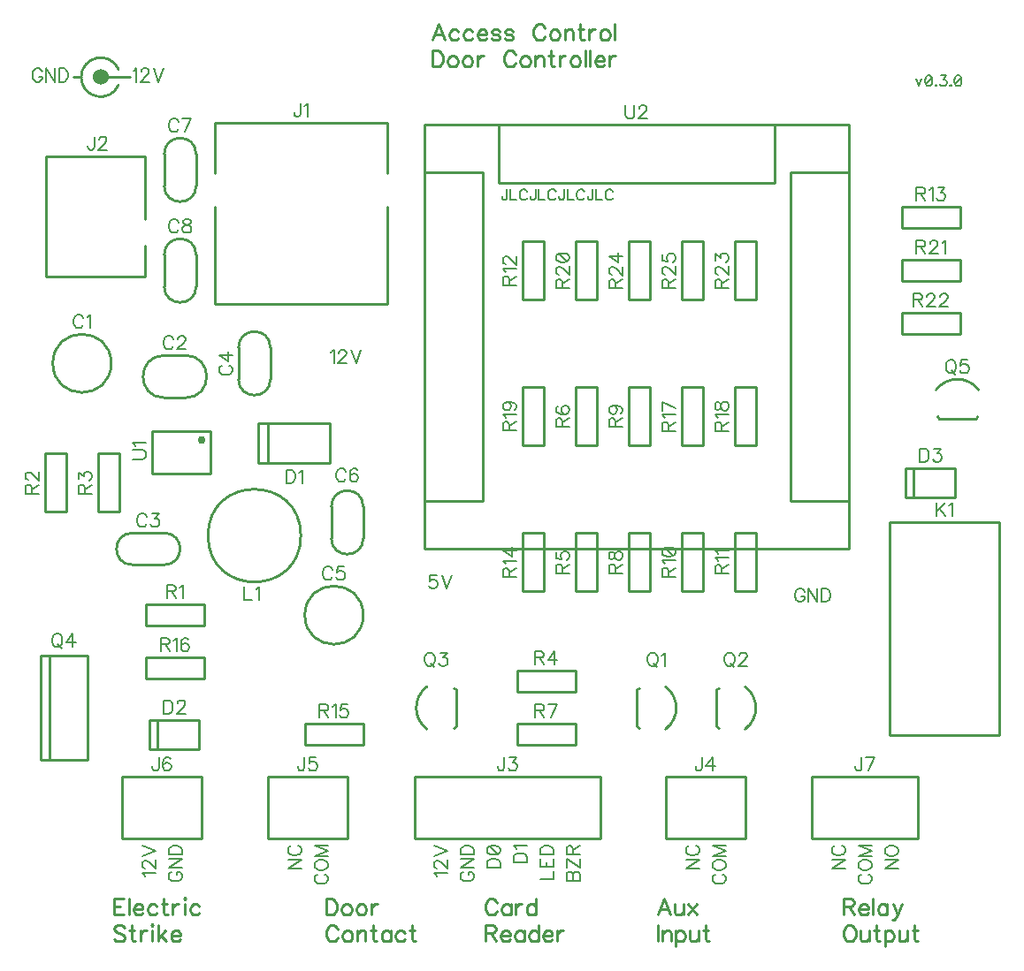
<source format=gbr>
G04 DipTrace 3.3.1.3*
G04 TopSilk.gbr*
%MOIN*%
G04 #@! TF.FileFunction,Legend,Top*
G04 #@! TF.Part,Single*
%ADD10C,0.009843*%
%ADD16C,0.01*%
%ADD18C,0.06*%
%ADD27C,0.030008*%
%ADD56C,0.00772*%
%ADD57C,0.006176*%
%ADD58C,0.009264*%
%FSLAX26Y26*%
G04*
G70*
G90*
G75*
G01*
G04 TopSilk*
%LPD*%
X633700Y2718699D2*
D10*
G02X633700Y2718699I110000J0D01*
G01*
X1133705Y2588700D2*
X1053690D1*
X1133705Y2748700D2*
X1053690D1*
X1133705Y2588700D2*
G03X1133705Y2748700I-10J80000D01*
G01*
X1053690D2*
G03X1053690Y2588700I10J-80000D01*
G01*
X1053696Y2078700D2*
X933699D1*
X1053696Y1958700D2*
X933699D1*
Y2078700D2*
G03X933699Y1958700I1J-60000D01*
G01*
X1053696D2*
G03X1053696Y2078700I-1J60000D01*
G01*
X1333700Y2778696D2*
Y2658699D1*
X1453700Y2778696D2*
Y2658699D1*
X1333700D2*
G03X1453700Y2658699I60000J1D01*
G01*
Y2778696D2*
G03X1333700Y2778696I-60000J-1D01*
G01*
X1583701Y1768700D2*
G02X1583701Y1768700I109997J0D01*
G01*
X1803700Y2058704D2*
Y2178701D1*
X1683700Y2058704D2*
Y2178701D1*
X1803700D2*
G03X1683700Y2178701I-60000J-1D01*
G01*
Y2058704D2*
G03X1803700Y2058704I60000J1D01*
G01*
X1053700Y3508696D2*
Y3388699D1*
X1173700Y3508696D2*
Y3388699D1*
X1053700D2*
G03X1173700Y3388699I60000J1D01*
G01*
Y3508696D2*
G03X1053700Y3508696I-60000J-1D01*
G01*
Y3128696D2*
Y3008699D1*
X1173700Y3128696D2*
Y3008699D1*
X1053700D2*
G03X1173700Y3008699I60000J1D01*
G01*
Y3128696D2*
G03X1053700Y3128696I-60000J-1D01*
G01*
X1408667Y2493700D2*
X1678733D1*
Y2343700D1*
X1408667D1*
Y2493700D1*
X1443722Y2488705D2*
Y2348695D1*
X999089Y1263582D2*
Y1373818D1*
X1001157D2*
X1186243D1*
X1028934Y1263582D2*
Y1373818D1*
X1186243Y1263582D2*
Y1373818D1*
X1001157Y1263582D2*
X1186243D1*
X3849089Y2213582D2*
Y2323818D1*
X3851157D2*
X4036243D1*
X3878934Y2213582D2*
Y2323818D1*
X4036243Y2213582D2*
Y2323818D1*
X3851157Y2213582D2*
X4036243D1*
X1243692Y2943700D2*
Y3309729D1*
Y3625700D2*
X1893708D1*
X1243692Y2943700D2*
X1893708D1*
X1243692Y3625700D2*
Y3434672D1*
X1893708Y3625700D2*
Y3434672D1*
Y3309729D2*
Y2943700D1*
X606700Y3500700D2*
X980692D1*
X606700Y3046700D2*
X980692D1*
X606700Y3500700D2*
Y3046700D1*
X980692Y3500700D2*
Y3263712D1*
Y3163696D2*
Y3046700D1*
X2697700Y925700D2*
X1997700D1*
Y1158700D1*
X2697700D1*
Y925700D1*
X3244501D2*
X2944501D1*
Y1158700D1*
X3244501D1*
Y925700D1*
X1744501D2*
X1444501D1*
Y1158700D1*
X1744501D1*
Y925700D1*
X1194501D2*
X894501D1*
Y1158700D1*
X1194501D1*
Y925700D1*
X3895300D2*
X3495300D1*
Y1158700D1*
X3895300D1*
Y925700D1*
X4199700Y2120700D2*
X3787700D1*
Y1316700D1*
X4199700D1*
Y2120700D1*
X1218701Y2068700D2*
G02X1218701Y2068700I175000J0D01*
G01*
X2943695Y1498701D2*
G02X2943695Y1338699I-59990J-80001D01*
G01*
X2843705Y1343694D2*
X2833700Y1348689D1*
Y1488711D1*
X2843705Y1493706D2*
X2833700Y1488711D1*
X3243695Y1498701D2*
G02X3243695Y1338699I-59990J-80001D01*
G01*
X3143705Y1343694D2*
X3133700Y1348689D1*
Y1488711D1*
X3143705Y1493706D2*
X3133700Y1488711D1*
X2043705Y1338699D2*
G02X2043705Y1498701I59989J80001D01*
G01*
X2143695Y1493706D2*
X2153700Y1488711D1*
Y1348689D1*
X2143695Y1343694D2*
X2153700Y1348689D1*
X587401Y1221850D2*
X764566D1*
Y1615550D1*
X587401D1*
Y1221850D1*
X622834D2*
Y1615550D1*
X3963699Y2618695D2*
G02X4123701Y2618695I80001J-59990D01*
G01*
X4118706Y2518705D2*
X4113711Y2508700D1*
X3973689D1*
X3968694Y2518705D2*
X3973689Y2508700D1*
X1203680Y1728700D2*
X983720D1*
Y1808700D1*
X1203680D1*
Y1728700D1*
X683700Y2378680D2*
X603700D1*
Y2158720D1*
X683700D1*
Y2378680D1*
X803700Y2158720D2*
X883700D1*
Y2378680D1*
X803700D1*
Y2158720D1*
X2383720Y1558700D2*
X2603680D1*
Y1478700D1*
X2383720D1*
Y1558700D1*
X2683700Y2078680D2*
X2603700D1*
Y1858720D1*
X2683700D1*
Y2078680D1*
X2603700Y2408720D2*
X2683700D1*
Y2628680D1*
X2603700D1*
Y2408720D1*
X2383720Y1358700D2*
X2603680D1*
Y1278700D1*
X2383720D1*
Y1358700D1*
X2883700Y2078680D2*
X2803700D1*
Y1858720D1*
X2883700D1*
Y2078680D1*
X2803700Y2408720D2*
X2883700D1*
Y2628680D1*
X2803700D1*
Y2408720D1*
X3083700Y2078680D2*
X3003700D1*
Y1858720D1*
X3083700D1*
Y2078680D1*
X3283700D2*
X3203700D1*
Y1858720D1*
X3283700D1*
Y2078680D1*
X2483700Y3178680D2*
X2403700D1*
Y2958720D1*
X2483700D1*
Y3178680D1*
X4053680Y3228700D2*
X3833720D1*
Y3308700D1*
X4053680D1*
Y3228700D1*
X2483700Y2078680D2*
X2403700D1*
Y1858720D1*
X2483700D1*
Y2078680D1*
X1803680Y1278700D2*
X1583720D1*
Y1358700D1*
X1803680D1*
Y1278700D1*
X1203680Y1528700D2*
X983720D1*
Y1608700D1*
X1203680D1*
Y1528700D1*
X3003700Y2408720D2*
X3083700D1*
Y2628680D1*
X3003700D1*
Y2408720D1*
X3203700D2*
X3283700D1*
Y2628680D1*
X3203700D1*
Y2408720D1*
X2403700D2*
X2483700D1*
Y2628680D1*
X2403700D1*
Y2408720D1*
X2683700Y3178680D2*
X2603700D1*
Y2958720D1*
X2683700D1*
Y3178680D1*
X4053680Y3028700D2*
X3833720D1*
Y3108700D1*
X4053680D1*
Y3028700D1*
X3833720Y2908700D2*
X4053680D1*
Y2828700D1*
X3833720D1*
Y2908700D1*
X3203700Y2958720D2*
X3283700D1*
Y3178680D1*
X3203700D1*
Y2958720D1*
X2803700D2*
X2883700D1*
Y3178680D1*
X2803700D1*
Y2958720D1*
X3003700D2*
X3083700D1*
Y3178680D1*
X3003700D1*
Y2958720D1*
X1228700Y2463024D2*
X1008700D1*
X1228700Y2303038D2*
X1008700D1*
Y2463024D2*
Y2303038D1*
D27*
X1193698Y2428033D3*
X1228700Y2463024D2*
D10*
Y2303038D1*
X2033700Y3618700D2*
X3633700D1*
Y2018700D1*
X2033700D1*
Y3618700D1*
X3413700Y3438700D2*
X3633700D1*
Y2198700D1*
X3413700D1*
Y3438700D1*
X2033700D2*
X2253700D1*
Y2198700D1*
X2033700D1*
Y3438700D1*
X2313700Y3618700D2*
X3353700D1*
Y3398700D1*
X2313700D1*
Y3618700D1*
X881305Y3828221D2*
D16*
G03X881305Y3768221I-67143J-30000D01*
G01*
D18*
X813700Y3798700D3*
D16*
X923700D1*
X710342Y3798852D2*
X740342D1*
X747919Y2889981D2*
D56*
X745542Y2894734D1*
X740734Y2899543D1*
X735980Y2901919D1*
X726419D1*
X721610Y2899543D1*
X716857Y2894734D1*
X714425Y2889981D1*
X712049Y2882796D1*
Y2870802D1*
X714425Y2863673D1*
X716857Y2858864D1*
X721610Y2854111D1*
X726419Y2851679D1*
X735980D1*
X740734Y2854111D1*
X745542Y2858864D1*
X747919Y2863673D1*
X763358Y2892302D2*
X768166Y2894734D1*
X775351Y2901864D1*
Y2851679D1*
X1087166Y2809985D2*
X1084789Y2814738D1*
X1079981Y2819546D1*
X1075228Y2821923D1*
X1065666D1*
X1060858Y2819546D1*
X1056105Y2814738D1*
X1053673Y2809985D1*
X1051296Y2802800D1*
Y2790806D1*
X1053673Y2783677D1*
X1056105Y2778868D1*
X1060858Y2774115D1*
X1065666Y2771683D1*
X1075228D1*
X1079981Y2774115D1*
X1084789Y2778868D1*
X1087166Y2783677D1*
X1105037Y2809930D2*
Y2812306D1*
X1107414Y2817115D1*
X1109790Y2819491D1*
X1114599Y2821868D1*
X1124160D1*
X1128914Y2819491D1*
X1131290Y2817115D1*
X1133722Y2812306D1*
Y2807553D1*
X1131290Y2802745D1*
X1126537Y2795615D1*
X1102605Y2771683D1*
X1136099D1*
X987166Y2139985D2*
X984789Y2144738D1*
X979981Y2149546D1*
X975228Y2151923D1*
X965666D1*
X960858Y2149546D1*
X956105Y2144738D1*
X953673Y2139985D1*
X951296Y2132800D1*
Y2120806D1*
X953673Y2113677D1*
X956105Y2108868D1*
X960858Y2104115D1*
X965666Y2101683D1*
X975228D1*
X979981Y2104115D1*
X984789Y2108868D1*
X987166Y2113677D1*
X1007414Y2151868D2*
X1033667D1*
X1019352Y2132745D1*
X1026537D1*
X1031290Y2130368D1*
X1033667Y2127991D1*
X1036099Y2120806D1*
Y2116053D1*
X1033667Y2108868D1*
X1028914Y2104060D1*
X1021729Y2101683D1*
X1014544D1*
X1007414Y2104060D1*
X1005037Y2106492D1*
X1002605Y2111245D1*
X1272415Y2710975D2*
X1267662Y2708599D1*
X1262854Y2703790D1*
X1260477Y2699037D1*
Y2689475D1*
X1262854Y2684667D1*
X1267662Y2679914D1*
X1272415Y2677482D1*
X1279600Y2675105D1*
X1291594D1*
X1298723Y2677482D1*
X1303532Y2679914D1*
X1308285Y2684667D1*
X1310717Y2689475D1*
Y2699037D1*
X1308285Y2703790D1*
X1303532Y2708599D1*
X1298724Y2710975D1*
X1310717Y2750346D2*
X1260532D1*
X1293970Y2726414D1*
Y2762284D1*
X1687167Y1939985D2*
X1684791Y1944738D1*
X1679982Y1949546D1*
X1675229Y1951923D1*
X1665668D1*
X1660859Y1949546D1*
X1656106Y1944738D1*
X1653674Y1939985D1*
X1651297Y1932800D1*
Y1920806D1*
X1653674Y1913677D1*
X1656106Y1908868D1*
X1660859Y1904115D1*
X1665668Y1901683D1*
X1675229D1*
X1679982Y1904115D1*
X1684791Y1908868D1*
X1687167Y1913677D1*
X1731291Y1951868D2*
X1707415D1*
X1705038Y1930368D1*
X1707415Y1932745D1*
X1714600Y1935176D1*
X1721730D1*
X1728915Y1932745D1*
X1733723Y1927991D1*
X1736100Y1920806D1*
Y1916053D1*
X1733723Y1908868D1*
X1728915Y1904060D1*
X1721730Y1901683D1*
X1714600D1*
X1707415Y1904060D1*
X1705038Y1906492D1*
X1702607Y1911245D1*
X1738385Y2309985D2*
X1736008Y2314738D1*
X1731200Y2319546D1*
X1726446Y2321923D1*
X1716885D1*
X1712076Y2319546D1*
X1707323Y2314738D1*
X1704891Y2309985D1*
X1702515Y2302800D1*
Y2290806D1*
X1704891Y2283677D1*
X1707323Y2278868D1*
X1712076Y2274115D1*
X1716885Y2271683D1*
X1726446D1*
X1731200Y2274115D1*
X1736008Y2278868D1*
X1738385Y2283677D1*
X1782509Y2314738D2*
X1780132Y2319491D1*
X1772947Y2321868D1*
X1768194D1*
X1761009Y2319491D1*
X1756200Y2312306D1*
X1753824Y2300368D1*
Y2288430D1*
X1756200Y2278868D1*
X1761009Y2274060D1*
X1768194Y2271683D1*
X1770571D1*
X1777700Y2274060D1*
X1782509Y2278868D1*
X1784885Y2286053D1*
Y2288430D1*
X1782509Y2295615D1*
X1777700Y2300368D1*
X1770571Y2302745D1*
X1768194D1*
X1761009Y2300368D1*
X1756200Y2295615D1*
X1753824Y2288430D1*
X1107169Y3629980D2*
X1104792Y3634733D1*
X1099984Y3639541D1*
X1095230Y3641918D1*
X1085669D1*
X1080860Y3639541D1*
X1076107Y3634733D1*
X1073675Y3629980D1*
X1071299Y3622795D1*
Y3610801D1*
X1073675Y3603671D1*
X1076107Y3598863D1*
X1080860Y3594110D1*
X1085669Y3591678D1*
X1095230D1*
X1099984Y3594110D1*
X1104792Y3598863D1*
X1107169Y3603671D1*
X1132170Y3591678D2*
X1156101Y3641863D1*
X1122608D1*
X1107196Y3249980D2*
X1104820Y3254733D1*
X1100011Y3259541D1*
X1095258Y3261918D1*
X1085696D1*
X1080888Y3259541D1*
X1076135Y3254733D1*
X1073703Y3249980D1*
X1071326Y3242795D1*
Y3230801D1*
X1073703Y3223671D1*
X1076135Y3218863D1*
X1080888Y3214110D1*
X1085696Y3211678D1*
X1095258D1*
X1100011Y3214110D1*
X1104820Y3218863D1*
X1107196Y3223671D1*
X1134574Y3261863D2*
X1127444Y3259486D1*
X1125012Y3254733D1*
Y3249924D1*
X1127444Y3245171D1*
X1132197Y3242739D1*
X1141759Y3240363D1*
X1148944Y3237986D1*
X1153697Y3233178D1*
X1156074Y3228424D1*
Y3221239D1*
X1153697Y3216486D1*
X1151320Y3214054D1*
X1144135Y3211678D1*
X1134574D1*
X1127444Y3214054D1*
X1125012Y3216486D1*
X1122636Y3221239D1*
Y3228424D1*
X1125012Y3233178D1*
X1129821Y3237986D1*
X1136950Y3240363D1*
X1146512Y3242739D1*
X1151320Y3245171D1*
X1153697Y3249924D1*
Y3254733D1*
X1151320Y3259486D1*
X1144135Y3261863D1*
X1134574D1*
X1513237Y2316923D2*
Y2266683D1*
X1529984D1*
X1537169Y2269115D1*
X1541977Y2273868D1*
X1544354Y2278677D1*
X1546730Y2285806D1*
Y2297800D1*
X1544354Y2304985D1*
X1541977Y2309738D1*
X1537169Y2314546D1*
X1529984Y2316923D1*
X1513237D1*
X1562170Y2307306D2*
X1566978Y2309738D1*
X1574163Y2316868D1*
Y2266683D1*
X1052487Y1447041D2*
Y1396801D1*
X1069234D1*
X1076419Y1399233D1*
X1081227Y1403986D1*
X1083604Y1408795D1*
X1085980Y1415924D1*
Y1427918D1*
X1083604Y1435103D1*
X1081227Y1439856D1*
X1076419Y1444665D1*
X1069234Y1447041D1*
X1052487D1*
X1103851Y1435048D2*
Y1437424D1*
X1106228Y1442233D1*
X1108605Y1444609D1*
X1113413Y1446986D1*
X1122975D1*
X1127728Y1444609D1*
X1130105Y1442233D1*
X1132536Y1437424D1*
Y1432671D1*
X1130105Y1427863D1*
X1125351Y1420733D1*
X1101420Y1396801D1*
X1134913D1*
X3902487Y2397041D2*
Y2346801D1*
X3919234D1*
X3926419Y2349233D1*
X3931227Y2353986D1*
X3933604Y2358795D1*
X3935980Y2365924D1*
Y2377918D1*
X3933604Y2385103D1*
X3931227Y2389856D1*
X3926419Y2394665D1*
X3919234Y2397041D1*
X3902487D1*
X3956228Y2396986D2*
X3982481D1*
X3968166Y2377863D1*
X3975351D1*
X3980105Y2375486D1*
X3982481Y2373109D1*
X3984913Y2365924D1*
Y2361171D1*
X3982481Y2353986D1*
X3977728Y2349178D1*
X3970543Y2346801D1*
X3963358D1*
X3956228Y2349178D1*
X3953851Y2351610D1*
X3951420Y2356363D1*
X1566949Y3698923D2*
Y3660677D1*
X1564573Y3653492D1*
X1562141Y3651115D1*
X1557388Y3648683D1*
X1552579D1*
X1547826Y3651115D1*
X1545450Y3653492D1*
X1543018Y3660677D1*
Y3665430D1*
X1582389Y3689306D2*
X1587197Y3691738D1*
X1594382Y3698868D1*
Y3648683D1*
X789700Y3573923D2*
Y3535677D1*
X787323Y3528492D1*
X784891Y3526115D1*
X780138Y3523683D1*
X775329D1*
X770576Y3526115D1*
X768200Y3528492D1*
X765768Y3535677D1*
Y3540430D1*
X807571Y3561930D2*
Y3564306D1*
X809947Y3569115D1*
X812324Y3571491D1*
X817132Y3573868D1*
X826694D1*
X831447Y3571491D1*
X833824Y3569115D1*
X836256Y3564306D1*
Y3559553D1*
X833824Y3554745D1*
X829071Y3547615D1*
X805139Y3523683D1*
X838632D1*
X2335200Y1231923D2*
Y1193677D1*
X2332823Y1186492D1*
X2330391Y1184115D1*
X2325638Y1181683D1*
X2320829D1*
X2316076Y1184115D1*
X2313700Y1186492D1*
X2311268Y1193677D1*
Y1198430D1*
X2355447Y1231868D2*
X2381700D1*
X2367385Y1212745D1*
X2374571D1*
X2379324Y1210368D1*
X2381700Y1207991D1*
X2384132Y1200806D1*
Y1196053D1*
X2381700Y1188868D1*
X2376947Y1184060D1*
X2369762Y1181683D1*
X2362577D1*
X2355447Y1184060D1*
X2353071Y1186492D1*
X2350639Y1191245D1*
X3080812Y1231923D2*
Y1193677D1*
X3078435Y1186492D1*
X3076003Y1184115D1*
X3071250Y1181683D1*
X3066442D1*
X3061689Y1184115D1*
X3059312Y1186492D1*
X3056880Y1193677D1*
Y1198430D1*
X3120183Y1181683D2*
Y1231868D1*
X3096251Y1198430D1*
X3132121D1*
X1582000Y1231923D2*
Y1193677D1*
X1579623Y1186492D1*
X1577192Y1184115D1*
X1572438Y1181683D1*
X1567630D1*
X1562877Y1184115D1*
X1560500Y1186492D1*
X1558068Y1193677D1*
Y1198430D1*
X1626124Y1231868D2*
X1602248D1*
X1599871Y1210368D1*
X1602248Y1212745D1*
X1609433Y1215176D1*
X1616563D1*
X1623748Y1212745D1*
X1628556Y1207991D1*
X1630933Y1200806D1*
Y1196053D1*
X1628556Y1188868D1*
X1623748Y1184060D1*
X1616563Y1181683D1*
X1609433D1*
X1602248Y1184060D1*
X1599871Y1186492D1*
X1597439Y1191245D1*
X1033216Y1231923D2*
Y1193677D1*
X1030839Y1186492D1*
X1028408Y1184115D1*
X1023654Y1181683D1*
X1018846D1*
X1014093Y1184115D1*
X1011716Y1186492D1*
X1009284Y1193677D1*
Y1198430D1*
X1077340Y1224738D2*
X1074964Y1229491D1*
X1067779Y1231868D1*
X1063025D1*
X1055840Y1229491D1*
X1051032Y1222306D1*
X1048655Y1210368D1*
Y1198430D1*
X1051032Y1188868D1*
X1055840Y1184060D1*
X1063025Y1181683D1*
X1065402D1*
X1072532Y1184060D1*
X1077340Y1188868D1*
X1079717Y1196053D1*
Y1198430D1*
X1077340Y1205615D1*
X1072532Y1210368D1*
X1065402Y1212745D1*
X1063025D1*
X1055840Y1210368D1*
X1051032Y1205615D1*
X1048655Y1198430D1*
X3682799Y1231923D2*
Y1193677D1*
X3680423Y1186492D1*
X3677991Y1184115D1*
X3673238Y1181683D1*
X3668429D1*
X3663676Y1184115D1*
X3661299Y1186492D1*
X3658868Y1193677D1*
Y1198430D1*
X3707800Y1181683D2*
X3731732Y1231868D1*
X3698239D1*
X3963237Y2193923D2*
Y2143683D1*
X3996730Y2193923D2*
X3963237Y2160430D1*
X3975175Y2172423D2*
X3996730Y2143683D1*
X4012170Y2184306D2*
X4016978Y2186738D1*
X4024163Y2193868D1*
Y2143683D1*
X1355643Y1876923D2*
Y1826683D1*
X1384327D1*
X1399767Y1867306D2*
X1404575Y1869738D1*
X1411760Y1876868D1*
Y1826683D1*
X2890203Y1626923D2*
X2885450Y1624602D1*
X2880641Y1619793D1*
X2878265Y1614985D1*
X2875833Y1607800D1*
Y1595862D1*
X2878265Y1588677D1*
X2880641Y1583923D1*
X2885450Y1579115D1*
X2890203Y1576738D1*
X2899764D1*
X2904573Y1579115D1*
X2909326Y1583923D1*
X2911703Y1588677D1*
X2914135Y1595862D1*
Y1607800D1*
X2911703Y1614985D1*
X2909326Y1619793D1*
X2904573Y1624602D1*
X2899764Y1626923D1*
X2890203D1*
X2897388Y1586300D2*
X2911703Y1571930D1*
X2929574Y1617306D2*
X2934382Y1619738D1*
X2941567Y1626868D1*
Y1576683D1*
X3179453Y1626923D2*
X3174700Y1624602D1*
X3169891Y1619793D1*
X3167515Y1614985D1*
X3165083Y1607800D1*
Y1595862D1*
X3167515Y1588677D1*
X3169891Y1583923D1*
X3174700Y1579115D1*
X3179453Y1576738D1*
X3189015D1*
X3193823Y1579115D1*
X3198576Y1583923D1*
X3200953Y1588677D1*
X3203385Y1595862D1*
Y1607800D1*
X3200953Y1614985D1*
X3198576Y1619793D1*
X3193823Y1624602D1*
X3189015Y1626923D1*
X3179453D1*
X3186638Y1586300D2*
X3200953Y1571930D1*
X3221256Y1614930D2*
Y1617306D1*
X3223632Y1622115D1*
X3226009Y1624491D1*
X3230817Y1626868D1*
X3240379D1*
X3245132Y1624491D1*
X3247509Y1622115D1*
X3249941Y1617306D1*
Y1612553D1*
X3247509Y1607745D1*
X3242756Y1600615D1*
X3218824Y1576683D1*
X3252317D1*
X2049453Y1626923D2*
X2044700Y1624602D1*
X2039891Y1619793D1*
X2037515Y1614985D1*
X2035083Y1607800D1*
Y1595862D1*
X2037515Y1588677D1*
X2039891Y1583923D1*
X2044700Y1579115D1*
X2049453Y1576738D1*
X2059015D1*
X2063823Y1579115D1*
X2068576Y1583923D1*
X2070953Y1588677D1*
X2073385Y1595862D1*
Y1607800D1*
X2070953Y1614985D1*
X2068576Y1619793D1*
X2063823Y1624602D1*
X2059015Y1626923D1*
X2049453D1*
X2056638Y1586300D2*
X2070953Y1571930D1*
X2093632Y1626868D2*
X2119885D1*
X2105571Y1607745D1*
X2112756D1*
X2117509Y1605368D1*
X2119885Y1602991D1*
X2122317Y1595806D1*
Y1591053D1*
X2119885Y1583868D1*
X2115132Y1579060D1*
X2107947Y1576683D1*
X2100762D1*
X2093632Y1579060D1*
X2091256Y1581492D1*
X2088824Y1586245D1*
X645548Y1698773D2*
X640795Y1696452D1*
X635986Y1691644D1*
X633610Y1686835D1*
X631178Y1679650D1*
Y1667712D1*
X633610Y1660527D1*
X635986Y1655774D1*
X640795Y1650965D1*
X645548Y1648589D1*
X655110D1*
X659918Y1650965D1*
X664671Y1655774D1*
X667048Y1660527D1*
X669480Y1667712D1*
Y1679650D1*
X667048Y1686835D1*
X664671Y1691644D1*
X659918Y1696452D1*
X655110Y1698773D1*
X645548D1*
X652733Y1658150D2*
X667048Y1643780D1*
X708851Y1648533D2*
Y1698718D1*
X684919Y1665280D1*
X720789D1*
X4014453Y2731923D2*
X4009700Y2729602D1*
X4004891Y2724793D1*
X4002515Y2719985D1*
X4000083Y2712800D1*
Y2700862D1*
X4002515Y2693677D1*
X4004891Y2688923D1*
X4009700Y2684115D1*
X4014453Y2681738D1*
X4024015D1*
X4028823Y2684115D1*
X4033576Y2688923D1*
X4035953Y2693677D1*
X4038385Y2700862D1*
Y2712800D1*
X4035953Y2719985D1*
X4033576Y2724793D1*
X4028823Y2729602D1*
X4024015Y2731923D1*
X4014453D1*
X4021638Y2691300D2*
X4035953Y2676930D1*
X4082509Y2731868D2*
X4058632D1*
X4056256Y2710368D1*
X4058632Y2712745D1*
X4065817Y2715176D1*
X4072947D1*
X4080132Y2712745D1*
X4084941Y2707991D1*
X4087317Y2700806D1*
Y2696053D1*
X4084941Y2688868D1*
X4080132Y2684060D1*
X4072947Y2681683D1*
X4065817D1*
X4058632Y2684060D1*
X4056256Y2686492D1*
X4053824Y2691245D1*
X1063237Y1857991D2*
X1084737D1*
X1091922Y1860423D1*
X1094354Y1862800D1*
X1096730Y1867553D1*
Y1872361D1*
X1094354Y1877115D1*
X1091922Y1879546D1*
X1084737Y1881923D1*
X1063237D1*
Y1831683D1*
X1079984Y1857991D2*
X1096730Y1831683D1*
X1112170Y1872306D2*
X1116978Y1874738D1*
X1124163Y1881868D1*
Y1831683D1*
X554409Y2227487D2*
Y2248987D1*
X551977Y2256172D1*
X549600Y2258604D1*
X544847Y2260980D1*
X540039D1*
X535285Y2258604D1*
X532854Y2256172D1*
X530477Y2248987D1*
Y2227487D1*
X580717D1*
X554409Y2244234D2*
X580717Y2260980D1*
X542470Y2278852D2*
X540094D1*
X535285Y2281228D1*
X532909Y2283605D1*
X530532Y2288413D1*
Y2297975D1*
X532909Y2302728D1*
X535285Y2305105D1*
X540094Y2307536D1*
X544847D1*
X549656Y2305105D1*
X556785Y2300351D1*
X580717Y2276420D1*
Y2309913D1*
X754409Y2227487D2*
Y2248987D1*
X751977Y2256172D1*
X749600Y2258604D1*
X744847Y2260980D1*
X740039D1*
X735285Y2258604D1*
X732854Y2256172D1*
X730477Y2248987D1*
Y2227487D1*
X780717D1*
X754409Y2244234D2*
X780717Y2260980D1*
X730532Y2281228D2*
Y2307481D1*
X749656Y2293166D1*
Y2300351D1*
X752032Y2305105D1*
X754409Y2307481D1*
X761594Y2309913D1*
X766347D1*
X773532Y2307481D1*
X778340Y2302728D1*
X780717Y2295543D1*
Y2288358D1*
X778340Y2281228D1*
X775909Y2278852D1*
X771155Y2276420D1*
X2451299Y1607991D2*
X2472799D1*
X2479984Y1610423D1*
X2482415Y1612800D1*
X2484792Y1617553D1*
Y1622361D1*
X2482415Y1627115D1*
X2479984Y1629546D1*
X2472799Y1631923D1*
X2451299D1*
Y1581683D1*
X2468045Y1607991D2*
X2484792Y1581683D1*
X2524163D2*
Y1631868D1*
X2500231Y1598430D1*
X2536101D1*
X2554409Y1927487D2*
Y1948987D1*
X2551977Y1956172D1*
X2549600Y1958604D1*
X2544847Y1960980D1*
X2540039D1*
X2535285Y1958604D1*
X2532854Y1956172D1*
X2530477Y1948987D1*
Y1927487D1*
X2580717D1*
X2554409Y1944234D2*
X2580717Y1960980D1*
X2530532Y2005105D2*
Y1981228D1*
X2552032Y1978852D1*
X2549656Y1981228D1*
X2547224Y1988413D1*
Y1995543D1*
X2549656Y2002728D1*
X2554409Y2007536D1*
X2561594Y2009913D1*
X2566347D1*
X2573532Y2007536D1*
X2578340Y2002728D1*
X2580717Y1995543D1*
Y1988413D1*
X2578340Y1981228D1*
X2575909Y1978852D1*
X2571155Y1976420D1*
X2554409Y2478703D2*
Y2500203D1*
X2551977Y2507388D1*
X2549600Y2509820D1*
X2544847Y2512196D1*
X2540039D1*
X2535285Y2509820D1*
X2532854Y2507388D1*
X2530477Y2500203D1*
Y2478703D1*
X2580717D1*
X2554409Y2495450D2*
X2580717Y2512196D1*
X2537662Y2556320D2*
X2532909Y2553944D1*
X2530532Y2546759D1*
Y2542006D1*
X2532909Y2534821D1*
X2540094Y2530012D1*
X2552032Y2527636D1*
X2563970D1*
X2573532Y2530012D1*
X2578340Y2534821D1*
X2580717Y2542006D1*
Y2544382D1*
X2578340Y2551512D1*
X2573532Y2556320D1*
X2566347Y2558697D1*
X2563970D1*
X2556785Y2556320D1*
X2552032Y2551512D1*
X2549656Y2544382D1*
Y2542006D1*
X2552032Y2534821D1*
X2556785Y2530012D1*
X2563970Y2527636D1*
X2452487Y1407991D2*
X2473987D1*
X2481172Y1410423D1*
X2483604Y1412800D1*
X2485980Y1417553D1*
Y1422361D1*
X2483604Y1427115D1*
X2481172Y1429546D1*
X2473987Y1431923D1*
X2452487D1*
Y1381683D1*
X2469234Y1407991D2*
X2485980Y1381683D1*
X2510981D2*
X2534913Y1431868D1*
X2501420D1*
X2754409Y1927515D2*
Y1949015D1*
X2751977Y1956200D1*
X2749600Y1958632D1*
X2744847Y1961008D1*
X2740039D1*
X2735285Y1958632D1*
X2732854Y1956200D1*
X2730477Y1949015D1*
Y1927515D1*
X2780717D1*
X2754409Y1944261D2*
X2780717Y1961008D1*
X2730532Y1988386D2*
X2732909Y1981256D1*
X2737662Y1978824D1*
X2742470D1*
X2747224Y1981256D1*
X2749656Y1986009D1*
X2752032Y1995571D1*
X2754409Y2002756D1*
X2759217Y2007509D1*
X2763970Y2009885D1*
X2771155D1*
X2775909Y2007509D1*
X2778340Y2005132D1*
X2780717Y1997947D1*
Y1988385D1*
X2778340Y1981256D1*
X2775909Y1978824D1*
X2771155Y1976447D1*
X2763970D1*
X2759217Y1978824D1*
X2754409Y1983632D1*
X2752032Y1990762D1*
X2749656Y2000324D1*
X2747224Y2005132D1*
X2742470Y2007509D1*
X2737662D1*
X2732909Y2005132D1*
X2730532Y1997947D1*
Y1988386D1*
X2754409Y2478675D2*
Y2500175D1*
X2751977Y2507360D1*
X2749600Y2509792D1*
X2744847Y2512169D1*
X2740039D1*
X2735285Y2509792D1*
X2732854Y2507360D1*
X2730477Y2500175D1*
Y2478675D1*
X2780717D1*
X2754409Y2495422D2*
X2780717Y2512169D1*
X2747224Y2558725D2*
X2754409Y2556293D1*
X2759217Y2551540D1*
X2761594Y2544355D1*
Y2541978D1*
X2759217Y2534793D1*
X2754409Y2530040D1*
X2747224Y2527608D1*
X2744847D1*
X2737662Y2530040D1*
X2732909Y2534793D1*
X2730532Y2541978D1*
Y2544355D1*
X2732909Y2551540D1*
X2737662Y2556293D1*
X2747224Y2558725D1*
X2759217D1*
X2771155Y2556293D1*
X2778340Y2551540D1*
X2780717Y2544355D1*
Y2539601D1*
X2778340Y2532416D1*
X2773532Y2530040D1*
X2954409Y1913771D2*
Y1935271D1*
X2951977Y1942456D1*
X2949600Y1944888D1*
X2944847Y1947264D1*
X2940039D1*
X2935285Y1944888D1*
X2932854Y1942456D1*
X2930477Y1935271D1*
Y1913771D1*
X2980717D1*
X2954409Y1930517D2*
X2980717Y1947264D1*
X2940094Y1962703D2*
X2937662Y1967512D1*
X2930532Y1974697D1*
X2980717D1*
X2930532Y2004506D2*
X2932909Y1997321D1*
X2940094Y1992513D1*
X2952032Y1990136D1*
X2959217D1*
X2971155Y1992513D1*
X2978340Y1997321D1*
X2980717Y2004506D1*
Y2009259D1*
X2978340Y2016444D1*
X2971155Y2021197D1*
X2959217Y2023629D1*
X2952032D1*
X2940094Y2021197D1*
X2932909Y2016444D1*
X2930532Y2009259D1*
Y2004506D1*
X2940094Y2021197D2*
X2971155Y1992513D1*
X3154409Y1924521D2*
Y1946021D1*
X3151977Y1953206D1*
X3149600Y1955637D1*
X3144847Y1958014D1*
X3140039D1*
X3135285Y1955637D1*
X3132854Y1953206D1*
X3130477Y1946021D1*
Y1924521D1*
X3180717D1*
X3154409Y1941267D2*
X3180717Y1958014D1*
X3140094Y1973453D2*
X3137662Y1978262D1*
X3130532Y1985447D1*
X3180717D1*
X3140094Y2000886D2*
X3137662Y2005694D1*
X3130532Y2012879D1*
X3180717D1*
X2354409Y3013771D2*
Y3035271D1*
X2351977Y3042456D1*
X2349600Y3044888D1*
X2344847Y3047264D1*
X2340039D1*
X2335285Y3044888D1*
X2332854Y3042456D1*
X2330477Y3035271D1*
Y3013771D1*
X2380717D1*
X2354409Y3030517D2*
X2380717Y3047264D1*
X2340094Y3062703D2*
X2337662Y3067512D1*
X2330532Y3074697D1*
X2380717D1*
X2342470Y3092568D2*
X2340094D1*
X2335285Y3094944D1*
X2332909Y3097321D1*
X2330532Y3102130D1*
Y3111691D1*
X2332909Y3116444D1*
X2335285Y3118821D1*
X2340094Y3121253D1*
X2344847D1*
X2349656Y3118821D1*
X2356785Y3114068D1*
X2380717Y3090136D1*
Y3123629D1*
X3888771Y3357991D2*
X3910271D1*
X3917456Y3360423D1*
X3919887Y3362800D1*
X3922264Y3367553D1*
Y3372361D1*
X3919887Y3377115D1*
X3917456Y3379546D1*
X3910271Y3381923D1*
X3888771D1*
Y3331683D1*
X3905517Y3357991D2*
X3922264Y3331683D1*
X3937703Y3372306D2*
X3942512Y3374738D1*
X3949697Y3381868D1*
Y3331683D1*
X3969944Y3381868D2*
X3996197D1*
X3981883Y3362745D1*
X3989068D1*
X3993821Y3360368D1*
X3996197Y3357991D1*
X3998629Y3350806D1*
Y3346053D1*
X3996197Y3338868D1*
X3991444Y3334060D1*
X3984259Y3331683D1*
X3977074D1*
X3969944Y3334060D1*
X3967568Y3336492D1*
X3965136Y3341245D1*
X2354409Y1912583D2*
Y1934082D1*
X2351977Y1941267D1*
X2349600Y1943699D1*
X2344847Y1946076D1*
X2340039D1*
X2335285Y1943699D1*
X2332854Y1941267D1*
X2330477Y1934082D1*
Y1912583D1*
X2380717D1*
X2354409Y1929329D2*
X2380717Y1946076D1*
X2340094Y1961515D2*
X2337662Y1966323D1*
X2330532Y1973509D1*
X2380717Y1973508D1*
Y2012879D2*
X2330532D1*
X2363970Y1988948D1*
Y2024818D1*
X1638771Y1407991D2*
X1660271D1*
X1667456Y1410423D1*
X1669887Y1412800D1*
X1672264Y1417553D1*
Y1422361D1*
X1669887Y1427115D1*
X1667456Y1429546D1*
X1660271Y1431923D1*
X1638771D1*
Y1381683D1*
X1655517Y1407991D2*
X1672264Y1381683D1*
X1687703Y1422306D2*
X1692512Y1424738D1*
X1699697Y1431868D1*
Y1381683D1*
X1743821Y1431868D2*
X1719944D1*
X1717568Y1410368D1*
X1719944Y1412745D1*
X1727129Y1415176D1*
X1734259D1*
X1741444Y1412745D1*
X1746253Y1407991D1*
X1748629Y1400806D1*
Y1396053D1*
X1746253Y1388868D1*
X1741444Y1384060D1*
X1734259Y1381683D1*
X1727129D1*
X1719944Y1384060D1*
X1717568Y1386492D1*
X1715136Y1391245D1*
X1039987Y1657991D2*
X1061486D1*
X1068671Y1660423D1*
X1071103Y1662800D1*
X1073480Y1667553D1*
Y1672361D1*
X1071103Y1677115D1*
X1068671Y1679546D1*
X1061486Y1681923D1*
X1039987D1*
Y1631683D1*
X1056733Y1657991D2*
X1073480Y1631683D1*
X1088919Y1672306D2*
X1093728Y1674738D1*
X1100913Y1681868D1*
Y1631683D1*
X1145037Y1674738D2*
X1142660Y1679491D1*
X1135475Y1681868D1*
X1130722D1*
X1123537Y1679491D1*
X1118729Y1672306D1*
X1116352Y1660368D1*
Y1648430D1*
X1118729Y1638868D1*
X1123537Y1634060D1*
X1130722Y1631683D1*
X1133099D1*
X1140228Y1634060D1*
X1145037Y1638868D1*
X1147413Y1646053D1*
Y1648430D1*
X1145037Y1655615D1*
X1140228Y1660368D1*
X1133099Y1662745D1*
X1130722D1*
X1123537Y1660368D1*
X1118729Y1655615D1*
X1116352Y1648430D1*
X2954409Y2463771D2*
Y2485271D1*
X2951977Y2492456D1*
X2949600Y2494888D1*
X2944847Y2497264D1*
X2940039D1*
X2935285Y2494888D1*
X2932854Y2492456D1*
X2930477Y2485271D1*
Y2463771D1*
X2980717D1*
X2954409Y2480517D2*
X2980717Y2497264D1*
X2940094Y2512703D2*
X2937662Y2517512D1*
X2930532Y2524697D1*
X2980717D1*
Y2549698D2*
X2930532Y2573629D1*
Y2540136D1*
X3154409Y2463798D2*
Y2485298D1*
X3151977Y2492483D1*
X3149600Y2494915D1*
X3144847Y2497292D1*
X3140039D1*
X3135285Y2494915D1*
X3132854Y2492483D1*
X3130477Y2485298D1*
Y2463798D1*
X3180717D1*
X3154409Y2480545D2*
X3180717Y2497292D1*
X3140094Y2512731D2*
X3137662Y2517539D1*
X3130532Y2524724D1*
X3180717D1*
X3130532Y2552102D2*
X3132909Y2544972D1*
X3137662Y2542540D1*
X3142470D1*
X3147224Y2544972D1*
X3149656Y2549725D1*
X3152032Y2559287D1*
X3154409Y2566472D1*
X3159217Y2571225D1*
X3163970Y2573602D1*
X3171155D1*
X3175909Y2571225D1*
X3178340Y2568849D1*
X3180717Y2561663D1*
Y2552102D1*
X3178340Y2544972D1*
X3175909Y2542540D1*
X3171155Y2540164D1*
X3163970D1*
X3159217Y2542540D1*
X3154409Y2547349D1*
X3152032Y2554478D1*
X3149656Y2564040D1*
X3147224Y2568849D1*
X3142470Y2571225D1*
X3137662D1*
X3132909Y2568849D1*
X3130532Y2561664D1*
Y2552102D1*
X2354409Y2464959D2*
Y2486459D1*
X2351977Y2493644D1*
X2349600Y2496076D1*
X2344847Y2498452D1*
X2340039D1*
X2335285Y2496076D1*
X2332854Y2493644D1*
X2330477Y2486459D1*
Y2464959D1*
X2380717D1*
X2354409Y2481706D2*
X2380717Y2498452D1*
X2340094Y2513892D2*
X2337662Y2518700D1*
X2330532Y2525885D1*
X2380717D1*
X2347224Y2572441D2*
X2354409Y2570009D1*
X2359217Y2565256D1*
X2361594Y2558071D1*
Y2555694D1*
X2359217Y2548509D1*
X2354409Y2543756D1*
X2347224Y2541324D1*
X2344847D1*
X2337662Y2543756D1*
X2332909Y2548509D1*
X2330532Y2555694D1*
Y2558071D1*
X2332909Y2565256D1*
X2337662Y2570009D1*
X2347224Y2572441D1*
X2359217D1*
X2371155Y2570009D1*
X2378340Y2565256D1*
X2380717Y2558071D1*
Y2553318D1*
X2378340Y2546133D1*
X2373532Y2543756D1*
X2554409Y3003021D2*
Y3024521D1*
X2551977Y3031706D1*
X2549600Y3034138D1*
X2544847Y3036514D1*
X2540039D1*
X2535285Y3034138D1*
X2532854Y3031706D1*
X2530477Y3024521D1*
Y3003021D1*
X2580717D1*
X2554409Y3019768D2*
X2580717Y3036514D1*
X2542470Y3054385D2*
X2540094D1*
X2535285Y3056762D1*
X2532909Y3059138D1*
X2530532Y3063947D1*
Y3073509D1*
X2532909Y3078262D1*
X2535285Y3080638D1*
X2540094Y3083070D1*
X2544847D1*
X2549656Y3080638D1*
X2556785Y3075885D1*
X2580717Y3051953D1*
Y3085447D1*
X2530532Y3115256D2*
X2532909Y3108071D1*
X2540094Y3103263D1*
X2552032Y3100886D1*
X2559217D1*
X2571155Y3103263D1*
X2578340Y3108071D1*
X2580717Y3115256D1*
Y3120009D1*
X2578340Y3127194D1*
X2571155Y3131947D1*
X2559217Y3134379D1*
X2552032D1*
X2540094Y3131947D1*
X2532909Y3127194D1*
X2530532Y3120009D1*
Y3115256D1*
X2540094Y3131947D2*
X2571155Y3103263D1*
X3888771Y3157991D2*
X3910271D1*
X3917456Y3160423D1*
X3919887Y3162800D1*
X3922264Y3167553D1*
Y3172361D1*
X3919887Y3177115D1*
X3917456Y3179546D1*
X3910271Y3181923D1*
X3888771D1*
Y3131683D1*
X3905517Y3157991D2*
X3922264Y3131683D1*
X3940135Y3169930D2*
Y3172306D1*
X3942512Y3177115D1*
X3944888Y3179491D1*
X3949697Y3181868D1*
X3959258D1*
X3964012Y3179491D1*
X3966388Y3177115D1*
X3968820Y3172306D1*
Y3167553D1*
X3966388Y3162745D1*
X3961635Y3155615D1*
X3937703Y3131683D1*
X3971197D1*
X3986636Y3172306D2*
X3991444Y3174738D1*
X3998629Y3181868D1*
Y3131683D1*
X3878021Y2957991D2*
X3899521D1*
X3906706Y2960423D1*
X3909137Y2962800D1*
X3911514Y2967553D1*
Y2972361D1*
X3909137Y2977115D1*
X3906706Y2979546D1*
X3899521Y2981923D1*
X3878021D1*
Y2931683D1*
X3894767Y2957991D2*
X3911514Y2931683D1*
X3929385Y2969930D2*
Y2972306D1*
X3931762Y2977115D1*
X3934138Y2979491D1*
X3938947Y2981868D1*
X3948508D1*
X3953262Y2979491D1*
X3955638Y2977115D1*
X3958070Y2972306D1*
Y2967553D1*
X3955638Y2962745D1*
X3950885Y2955615D1*
X3926953Y2931683D1*
X3960447D1*
X3978318Y2969930D2*
Y2972306D1*
X3980694Y2977115D1*
X3983071Y2979491D1*
X3987879Y2981868D1*
X3997441D1*
X4002194Y2979491D1*
X4004571Y2977115D1*
X4007003Y2972306D1*
Y2967553D1*
X4004571Y2962745D1*
X3999818Y2955615D1*
X3975886Y2931683D1*
X4009379D1*
X3154409Y3003021D2*
Y3024521D1*
X3151977Y3031706D1*
X3149600Y3034138D1*
X3144847Y3036514D1*
X3140039D1*
X3135285Y3034138D1*
X3132854Y3031706D1*
X3130477Y3024521D1*
Y3003021D1*
X3180717D1*
X3154409Y3019768D2*
X3180717Y3036514D1*
X3142470Y3054385D2*
X3140094D1*
X3135285Y3056762D1*
X3132909Y3059138D1*
X3130532Y3063947D1*
Y3073509D1*
X3132909Y3078262D1*
X3135285Y3080638D1*
X3140094Y3083070D1*
X3144847D1*
X3149656Y3080638D1*
X3156785Y3075885D1*
X3180717Y3051953D1*
Y3085447D1*
X3130532Y3105694D2*
Y3131947D1*
X3149656Y3117633D1*
X3149655Y3124818D1*
X3152032Y3129571D1*
X3154409Y3131947D1*
X3161594Y3134379D1*
X3166347D1*
X3173532Y3131947D1*
X3178340Y3127194D1*
X3180717Y3120009D1*
Y3112824D1*
X3178340Y3105694D1*
X3175909Y3103318D1*
X3171155Y3100886D1*
X2754409Y3001833D2*
Y3023332D1*
X2751977Y3030517D1*
X2749600Y3032949D1*
X2744847Y3035326D1*
X2740039D1*
X2735285Y3032949D1*
X2732854Y3030517D1*
X2730477Y3023332D1*
Y3001833D1*
X2780717D1*
X2754409Y3018579D2*
X2780717Y3035326D1*
X2742470Y3053197D2*
X2740094D1*
X2735285Y3055574D1*
X2732909Y3057950D1*
X2730532Y3062759D1*
Y3072320D1*
X2732909Y3077073D1*
X2735285Y3079450D1*
X2740094Y3081882D1*
X2744847D1*
X2749656Y3079450D1*
X2756785Y3074697D1*
X2780717Y3050765D1*
Y3084258D1*
Y3123629D2*
X2730532D1*
X2763970Y3099698D1*
Y3135568D1*
X2954409Y3003021D2*
Y3024521D1*
X2951977Y3031706D1*
X2949600Y3034138D1*
X2944847Y3036514D1*
X2940039D1*
X2935285Y3034138D1*
X2932854Y3031706D1*
X2930477Y3024521D1*
Y3003021D1*
X2980717D1*
X2954409Y3019768D2*
X2980717Y3036514D1*
X2942470Y3054385D2*
X2940094D1*
X2935285Y3056762D1*
X2932909Y3059138D1*
X2930532Y3063947D1*
Y3073509D1*
X2932909Y3078262D1*
X2935285Y3080638D1*
X2940094Y3083070D1*
X2944847D1*
X2949656Y3080638D1*
X2956785Y3075885D1*
X2980717Y3051953D1*
Y3085447D1*
X2930532Y3129571D2*
Y3105694D1*
X2952032Y3103318D1*
X2949656Y3105694D1*
X2947224Y3112879D1*
Y3120009D1*
X2949655Y3127194D1*
X2954409Y3132003D1*
X2961594Y3134379D1*
X2966347D1*
X2973532Y3132003D1*
X2978340Y3127194D1*
X2980717Y3120009D1*
Y3112879D1*
X2978340Y3105694D1*
X2975909Y3103318D1*
X2971155Y3100886D1*
X935477Y2357607D2*
X971347D1*
X978532Y2359984D1*
X983285Y2364792D1*
X985717Y2371977D1*
Y2376730D1*
X983285Y2383915D1*
X978532Y2388724D1*
X971347Y2391100D1*
X935477D1*
X945094Y2406540D2*
X942662Y2411348D1*
X935532Y2418533D1*
X985717D1*
X2792487Y3691923D2*
Y3656053D1*
X2794864Y3648868D1*
X2799672Y3644115D1*
X2806857Y3641683D1*
X2811610D1*
X2818795Y3644115D1*
X2823604Y3648868D1*
X2825980Y3656053D1*
Y3691923D1*
X2843851Y3679930D2*
Y3682306D1*
X2846228Y3687115D1*
X2848605Y3689491D1*
X2853413Y3691868D1*
X2862975D1*
X2867728Y3689491D1*
X2870105Y3687115D1*
X2872536Y3682306D1*
Y3677553D1*
X2870105Y3672745D1*
X2865351Y3665615D1*
X2841420Y3641683D1*
X2874913D1*
X3886348Y3791297D2*
D57*
X3897844Y3764503D1*
X3909296Y3791297D1*
X3933144Y3804651D2*
X3927396Y3802749D1*
X3923549Y3797001D1*
X3921648Y3787451D1*
Y3781703D1*
X3923549Y3772152D1*
X3927396Y3766404D1*
X3933144Y3764503D1*
X3936946D1*
X3942694Y3766404D1*
X3946497Y3772152D1*
X3948442Y3781703D1*
Y3787451D1*
X3946497Y3797001D1*
X3942694Y3802749D1*
X3936946Y3804651D1*
X3933144D1*
X3946497Y3797001D2*
X3923549Y3772152D1*
X3962695Y3768349D2*
X3960794Y3766404D1*
X3962695Y3764503D1*
X3964640Y3766404D1*
X3962695Y3768349D1*
X3980839Y3804651D2*
X4001841D1*
X3990389Y3789352D1*
X3996137D1*
X3999940Y3787451D1*
X4001841Y3785549D1*
X4003786Y3779801D1*
Y3775999D1*
X4001841Y3770251D1*
X3998038Y3766404D1*
X3992290Y3764503D1*
X3986542D1*
X3980839Y3766404D1*
X3978937Y3768349D1*
X3976992Y3772152D1*
X4018039Y3768349D2*
X4016138Y3766404D1*
X4018039Y3764503D1*
X4019985Y3766404D1*
X4018039Y3768349D1*
X4043832Y3804651D2*
X4038084Y3802749D1*
X4034237Y3797001D1*
X4032336Y3787451D1*
Y3781703D1*
X4034237Y3772152D1*
X4038084Y3766404D1*
X4043832Y3764503D1*
X4047635D1*
X4053383Y3766404D1*
X4057185Y3772152D1*
X4059131Y3781703D1*
Y3787451D1*
X4057185Y3797001D1*
X4053383Y3802749D1*
X4047635Y3804651D1*
X4043832D1*
X4057185Y3797001D2*
X4034237Y3772152D1*
X980114Y783691D2*
D56*
X977682Y788500D1*
X970553Y795685D1*
X1020737D1*
X982491Y813556D2*
X980114D1*
X975306Y815932D1*
X972929Y818309D1*
X970553Y823117D1*
Y832679D1*
X972929Y837432D1*
X975306Y839809D1*
X980114Y842241D1*
X984867D1*
X989676Y839809D1*
X996806Y835056D1*
X1020737Y811124D1*
Y844617D1*
X970497Y860056D2*
X1020737Y879180D1*
X970497Y898303D1*
X1707011Y584024D2*
D58*
X1704159Y589728D1*
X1698389Y595498D1*
X1692685Y598350D1*
X1681211D1*
X1675441Y595498D1*
X1669737Y589728D1*
X1666819Y584024D1*
X1663967Y575402D1*
Y561009D1*
X1666819Y552454D1*
X1669737Y546684D1*
X1675441Y540980D1*
X1681211Y538062D1*
X1692685D1*
X1698389Y540980D1*
X1704159Y546684D1*
X1707011Y552454D1*
X1739864Y578254D2*
X1734160Y575402D1*
X1728390Y569632D1*
X1725538Y561009D1*
Y555306D1*
X1728390Y546684D1*
X1734160Y540980D1*
X1739864Y538062D1*
X1748486D1*
X1754256Y540980D1*
X1759960Y546684D1*
X1762878Y555306D1*
Y561009D1*
X1759960Y569632D1*
X1754256Y575402D1*
X1748486Y578254D1*
X1739864D1*
X1781405D2*
Y538062D1*
Y566780D2*
X1790027Y575402D1*
X1795797Y578254D1*
X1804353D1*
X1810123Y575402D1*
X1812975Y566780D1*
Y538062D1*
X1840124Y598350D2*
Y549536D1*
X1842976Y540980D1*
X1848746Y538062D1*
X1854450D1*
X1831502Y578254D2*
X1851598D1*
X1907399D2*
Y538062D1*
Y569632D2*
X1901695Y575402D1*
X1895925Y578254D1*
X1887369D1*
X1881599Y575402D1*
X1875895Y569632D1*
X1872977Y561009D1*
Y555306D1*
X1875895Y546684D1*
X1881599Y540980D1*
X1887369Y538062D1*
X1895925D1*
X1901695Y540980D1*
X1907399Y546684D1*
X1960414Y569632D2*
X1954644Y575402D1*
X1948874Y578254D1*
X1940318D1*
X1934548Y575402D1*
X1928844Y569632D1*
X1925926Y561009D1*
Y555306D1*
X1928844Y546684D1*
X1934548Y540980D1*
X1940318Y538062D1*
X1948874D1*
X1954644Y540980D1*
X1960414Y546684D1*
X1987563Y598350D2*
Y549536D1*
X1990415Y540980D1*
X1996186Y538062D1*
X2001889D1*
X1978941Y578254D2*
X1999037D1*
X904159Y589728D2*
X898455Y595498D1*
X889833Y598350D1*
X878359D1*
X869737Y595498D1*
X863967Y589728D1*
Y584024D1*
X866885Y578254D1*
X869737Y575402D1*
X875441Y572550D1*
X892685Y566780D1*
X898455Y563928D1*
X901307Y561009D1*
X904159Y555306D1*
Y546684D1*
X898455Y540980D1*
X889833Y538062D1*
X878359D1*
X869737Y540980D1*
X863967Y546684D1*
X931308Y598350D2*
Y549536D1*
X934160Y540980D1*
X939930Y538062D1*
X945634D1*
X922686Y578254D2*
X942782D1*
X964161D2*
Y538062D1*
Y561009D2*
X967079Y569632D1*
X972783Y575402D1*
X978553Y578254D1*
X987175D1*
X1005702Y598350D2*
X1008554Y595498D1*
X1011473Y598350D1*
X1008554Y601268D1*
X1005702Y598350D1*
X1008554Y578254D2*
Y538062D1*
X1030000Y598350D2*
Y538062D1*
X1058718Y578254D2*
X1030000Y549536D1*
X1041474Y561009D2*
X1061570Y538062D1*
X1080097Y561009D2*
X1114519D1*
Y566780D1*
X1111667Y572550D1*
X1108815Y575402D1*
X1103045Y578254D1*
X1094423D1*
X1088719Y575402D1*
X1082949Y569632D1*
X1080097Y561009D1*
Y555306D1*
X1082949Y546684D1*
X1088719Y540980D1*
X1094423Y538062D1*
X1103045D1*
X1108815Y540980D1*
X1114519Y546684D1*
X1082436Y800438D2*
D56*
X1077682Y798061D1*
X1072874Y793253D1*
X1070497Y788500D1*
Y778938D1*
X1072874Y774129D1*
X1077682Y769376D1*
X1082435Y766944D1*
X1089621Y764568D1*
X1101614D1*
X1108744Y766944D1*
X1113552Y769376D1*
X1118305Y774129D1*
X1120737Y778938D1*
Y788499D1*
X1118305Y793253D1*
X1113552Y798061D1*
X1108744Y800438D1*
X1101614D1*
Y788499D1*
X1070497Y849370D2*
X1120737D1*
X1070497Y815877D1*
X1120737D1*
X1070497Y864809D2*
X1120737D1*
Y881556D1*
X1118305Y888741D1*
X1113552Y893550D1*
X1108744Y895926D1*
X1101614Y898303D1*
X1089621D1*
X1082436Y895926D1*
X1077682Y893550D1*
X1072874Y888741D1*
X1070497Y881556D1*
Y864809D1*
X2080114Y783691D2*
X2077682Y788500D1*
X2070553Y795685D1*
X2120737D1*
X2082491Y813556D2*
X2080114D1*
X2075306Y815932D1*
X2072929Y818309D1*
X2070553Y823117D1*
Y832679D1*
X2072929Y837432D1*
X2075306Y839809D1*
X2080114Y842241D1*
X2084867D1*
X2089676Y839809D1*
X2096806Y835056D1*
X2120737Y811124D1*
Y844617D1*
X2070497Y860056D2*
X2120737Y879180D1*
X2070497Y898303D1*
X2182436Y800439D2*
X2177682Y798062D1*
X2172874Y793254D1*
X2170497Y788501D1*
Y778939D1*
X2172874Y774131D1*
X2177682Y769378D1*
X2182435Y766946D1*
X2189621Y764569D1*
X2201614D1*
X2208744Y766946D1*
X2213552Y769378D1*
X2218305Y774131D1*
X2220737Y778939D1*
Y788501D1*
X2218305Y793254D1*
X2213552Y798062D1*
X2208744Y800439D1*
X2201614D1*
Y788501D1*
X2170497Y849372D2*
X2220737D1*
X2170497Y815878D1*
X2220737D1*
X2170497Y864811D2*
X2220737D1*
Y881557D1*
X2218305Y888742D1*
X2213552Y893551D1*
X2208744Y895928D1*
X2201614Y898304D1*
X2189621D1*
X2182436Y895928D1*
X2177682Y893551D1*
X2172874Y888742D1*
X2170497Y881557D1*
Y864811D1*
X2270497Y815878D2*
X2320737D1*
Y832624D1*
X2318305Y839809D1*
X2313552Y844618D1*
X2308744Y846994D1*
X2301614Y849371D1*
X2289621D1*
X2282436Y846994D1*
X2277682Y844618D1*
X2272874Y839809D1*
X2270497Y832624D1*
Y815878D1*
X2270553Y879180D2*
X2272929Y871995D1*
X2280114Y867187D1*
X2292052Y864810D1*
X2299237D1*
X2311176Y867187D1*
X2318361Y871995D1*
X2320737Y879180D1*
Y883933D1*
X2318361Y891118D1*
X2311176Y895871D1*
X2299237Y898303D1*
X2292052D1*
X2280114Y895872D1*
X2272929Y891118D1*
X2270553Y883933D1*
Y879180D1*
X2280114Y895872D2*
X2311176Y867187D1*
X2570497Y766944D2*
X2620737D1*
Y788500D1*
X2618305Y795685D1*
X2615929Y798061D1*
X2611176Y800438D1*
X2603991D1*
X2599182Y798061D1*
X2596806Y795685D1*
X2594429Y788500D1*
X2591997Y795685D1*
X2589621Y798061D1*
X2584867Y800438D1*
X2580059D1*
X2575306Y798061D1*
X2572874Y795685D1*
X2570497Y788500D1*
Y766944D1*
X2594429D2*
Y788500D1*
X2570497Y815877D2*
Y849370D1*
X2620737Y815877D1*
Y849370D1*
X2594429Y864810D2*
Y886309D1*
X2591997Y893494D1*
X2589621Y895926D1*
X2584867Y898303D1*
X2580059D1*
X2575306Y895926D1*
X2572874Y893494D1*
X2570497Y886309D1*
Y864810D1*
X2620737Y864809D1*
X2594429Y881556D2*
X2620737Y898303D1*
X2470497Y774185D2*
X2520737D1*
Y802869D1*
X2470497Y849370D2*
Y818309D1*
X2520737D1*
Y849370D1*
X2494429Y818309D2*
Y837432D1*
X2470497Y864809D2*
X2520737D1*
Y881556D1*
X2518305Y888741D1*
X2513552Y893550D1*
X2508744Y895926D1*
X2501614Y898303D1*
X2489621D1*
X2482436Y895926D1*
X2477682Y893550D1*
X2472874Y888741D1*
X2470497Y881556D1*
Y864809D1*
X2370497Y837376D2*
X2420737D1*
Y854123D1*
X2418305Y861308D1*
X2413552Y866116D1*
X2408744Y868493D1*
X2401614Y870869D1*
X2389621Y870870D1*
X2382436Y868493D1*
X2377682Y866116D1*
X2372874Y861308D1*
X2370497Y854123D1*
Y837376D1*
X2380114Y886309D2*
X2377682Y891117D1*
X2370553Y898302D1*
X2420737D1*
X3570497Y846994D2*
X3620737D1*
X3570497Y813501D1*
X3620737D1*
X3582436Y898303D2*
X3577682Y895927D1*
X3572874Y891118D1*
X3570497Y886365D1*
Y876803D1*
X3572874Y871995D1*
X3577682Y867242D1*
X3582436Y864810D1*
X3589621Y862433D1*
X3601614D1*
X3608744Y864810D1*
X3613552Y867242D1*
X3618305Y871995D1*
X3620737Y876803D1*
Y886365D1*
X3618305Y891118D1*
X3613552Y895927D1*
X3608744Y898303D1*
X3682436Y790931D2*
X3677682Y788555D1*
X3672874Y783746D1*
X3670497Y778993D1*
Y769431D1*
X3672874Y764623D1*
X3677682Y759870D1*
X3682435Y757438D1*
X3689621Y755061D1*
X3701614D1*
X3708744Y757438D1*
X3713552Y759870D1*
X3718305Y764623D1*
X3720737Y769431D1*
Y778993D1*
X3718305Y783746D1*
X3713552Y788555D1*
X3708744Y790931D1*
X3670497Y820740D2*
X3672874Y815932D1*
X3677682Y811179D1*
X3682436Y808747D1*
X3689621Y806370D1*
X3701614D1*
X3708744Y808747D1*
X3713552Y811179D1*
X3718305Y815932D1*
X3720737Y820740D1*
Y830302D1*
X3718305Y835055D1*
X3713552Y839864D1*
X3708744Y842240D1*
X3701614Y844617D1*
X3689621D1*
X3682436Y842240D1*
X3677682Y839864D1*
X3672874Y835055D1*
X3670497Y830302D1*
Y820740D1*
X3720737Y898303D2*
X3670497D1*
X3720737Y879179D1*
X3670497Y860056D1*
X3720737D1*
X3770497Y844618D2*
X3820737Y844617D1*
X3770497Y811124D1*
X3820737D1*
X3770497Y874427D2*
X3772874Y869618D1*
X3777682Y864865D1*
X3782436Y862433D1*
X3789621Y860057D1*
X3801614D1*
X3808744Y862433D1*
X3813552Y864865D1*
X3818305Y869618D1*
X3820737Y874427D1*
Y883988D1*
X3818305Y888742D1*
X3813552Y893550D1*
X3808744Y895927D1*
X3801614Y898303D1*
X3789621D1*
X3782436Y895927D1*
X3777682Y893550D1*
X3772874Y888742D1*
X3770497Y883988D1*
Y874427D1*
X3132436Y790931D2*
X3127682Y788555D1*
X3122874Y783746D1*
X3120497Y778993D1*
Y769431D1*
X3122874Y764623D1*
X3127682Y759870D1*
X3132435Y757438D1*
X3139621Y755061D1*
X3151614D1*
X3158744Y757438D1*
X3163552Y759870D1*
X3168305Y764623D1*
X3170737Y769431D1*
Y778993D1*
X3168305Y783746D1*
X3163552Y788555D1*
X3158744Y790931D1*
X3120497Y820740D2*
X3122874Y815932D1*
X3127682Y811179D1*
X3132436Y808747D1*
X3139621Y806370D1*
X3151614D1*
X3158744Y808747D1*
X3163552Y811179D1*
X3168305Y815932D1*
X3170737Y820740D1*
Y830302D1*
X3168305Y835055D1*
X3163552Y839864D1*
X3158744Y842240D1*
X3151614Y844617D1*
X3139621D1*
X3132436Y842240D1*
X3127682Y839864D1*
X3122874Y835055D1*
X3120497Y830302D1*
Y820740D1*
X3170737Y898303D2*
X3120497D1*
X3170737Y879179D1*
X3120497Y860056D1*
X3170737D1*
X1632436Y790931D2*
X1627682Y788555D1*
X1622874Y783746D1*
X1620497Y778993D1*
Y769431D1*
X1622874Y764623D1*
X1627682Y759870D1*
X1632435Y757438D1*
X1639621Y755061D1*
X1651614D1*
X1658744Y757438D1*
X1663552Y759870D1*
X1668305Y764623D1*
X1670737Y769431D1*
Y778993D1*
X1668305Y783746D1*
X1663552Y788555D1*
X1658744Y790931D1*
X1620497Y820740D2*
X1622874Y815932D1*
X1627682Y811179D1*
X1632436Y808747D1*
X1639621Y806370D1*
X1651614D1*
X1658744Y808747D1*
X1663552Y811179D1*
X1668305Y815932D1*
X1670737Y820740D1*
Y830302D1*
X1668305Y835055D1*
X1663552Y839864D1*
X1658744Y842240D1*
X1651614Y844617D1*
X1639621D1*
X1632436Y842240D1*
X1627682Y839864D1*
X1622874Y835055D1*
X1620497Y830302D1*
Y820740D1*
X1670737Y898303D2*
X1620497D1*
X1670737Y879179D1*
X1620497Y860056D1*
X1670737D1*
X2959929Y638062D2*
D58*
X2936915Y698350D1*
X2913967Y638062D1*
X2922589Y658158D2*
X2951307D1*
X2978456Y678254D2*
Y649536D1*
X2981308Y640980D1*
X2987078Y638062D1*
X2995700D1*
X3001404Y640980D1*
X3010026Y649536D1*
Y678254D2*
Y638062D1*
X3028553Y678254D2*
X3060123Y638062D1*
Y678254D2*
X3028553Y638062D1*
X2263967Y569632D2*
X2289767D1*
X2298389Y572550D1*
X2301307Y575402D1*
X2304159Y581105D1*
Y586876D1*
X2301307Y592579D1*
X2298389Y595498D1*
X2289767Y598350D1*
X2263967D1*
Y538062D1*
X2284063Y569632D2*
X2304159Y538062D1*
X2322686Y561009D2*
X2357108D1*
Y566780D1*
X2354256Y572550D1*
X2351404Y575402D1*
X2345634Y578254D1*
X2337012D1*
X2331308Y575402D1*
X2325538Y569632D1*
X2322686Y561009D1*
Y555306D1*
X2325538Y546684D1*
X2331308Y540980D1*
X2337012Y538062D1*
X2345634D1*
X2351404Y540980D1*
X2357108Y546684D1*
X2410057Y578254D2*
Y538062D1*
Y569632D2*
X2404353Y575402D1*
X2398583Y578254D1*
X2390027D1*
X2384257Y575402D1*
X2378553Y569632D1*
X2375635Y561009D1*
Y555306D1*
X2378553Y546684D1*
X2384257Y540980D1*
X2390027Y538062D1*
X2398583D1*
X2404353Y540980D1*
X2410057Y546684D1*
X2463006Y598350D2*
Y538062D1*
Y569632D2*
X2457302Y575402D1*
X2451532Y578254D1*
X2442910D1*
X2437206Y575402D1*
X2431436Y569632D1*
X2428584Y561009D1*
Y555306D1*
X2431436Y546684D1*
X2437206Y540980D1*
X2442910Y538062D1*
X2451532D1*
X2457302Y540980D1*
X2463006Y546684D1*
X2481533Y561009D2*
X2515955D1*
Y566780D1*
X2513103Y572550D1*
X2510251Y575402D1*
X2504481Y578254D1*
X2495859D1*
X2490155Y575402D1*
X2484385Y569632D1*
X2481533Y561009D1*
Y555306D1*
X2484385Y546684D1*
X2490155Y540980D1*
X2495859Y538062D1*
X2504481D1*
X2510251Y540980D1*
X2515955Y546684D1*
X2534482Y578254D2*
Y538062D1*
Y561009D2*
X2537400Y569632D1*
X2543104Y575402D1*
X2548874Y578254D1*
X2557496D1*
X901241Y698350D2*
X863967D1*
Y638062D1*
X901241D1*
X863967Y669632D2*
X886915D1*
X919768Y698350D2*
Y638062D1*
X938295Y661009D2*
X972717D1*
Y666780D1*
X969865Y672550D1*
X967013Y675402D1*
X961243Y678254D1*
X952621D1*
X946917Y675402D1*
X941147Y669632D1*
X938295Y661009D1*
Y655306D1*
X941147Y646684D1*
X946917Y640980D1*
X952621Y638062D1*
X961243D1*
X967013Y640980D1*
X972717Y646684D1*
X1025732Y669632D2*
X1019962Y675402D1*
X1014192Y678254D1*
X1005636D1*
X999866Y675402D1*
X994162Y669632D1*
X991244Y661009D1*
Y655306D1*
X994162Y646684D1*
X999866Y640980D1*
X1005636Y638062D1*
X1014192D1*
X1019962Y640980D1*
X1025732Y646684D1*
X1052881Y698350D2*
Y649536D1*
X1055733Y640980D1*
X1061503Y638062D1*
X1067207D1*
X1044259Y678254D2*
X1064355D1*
X1085734D2*
Y638062D1*
Y661009D2*
X1088652Y669632D1*
X1094356Y675402D1*
X1100126Y678254D1*
X1108748D1*
X1127275Y698350D2*
X1130127Y695498D1*
X1133046Y698350D1*
X1130127Y701268D1*
X1127275Y698350D1*
X1130127Y678254D2*
Y638062D1*
X1186061Y669632D2*
X1180291Y675402D1*
X1174521Y678254D1*
X1165965D1*
X1160195Y675402D1*
X1154491Y669632D1*
X1151573Y661009D1*
Y655306D1*
X1154491Y646684D1*
X1160195Y640980D1*
X1165965Y638062D1*
X1174521D1*
X1180291Y640980D1*
X1186061Y646684D1*
X1663967Y698350D2*
Y638062D1*
X1684063D1*
X1692685Y640980D1*
X1698455Y646684D1*
X1701307Y652454D1*
X1704159Y661009D1*
Y675402D1*
X1701307Y684024D1*
X1698455Y689728D1*
X1692685Y695498D1*
X1684063Y698350D1*
X1663967D1*
X1737012Y678254D2*
X1731308Y675402D1*
X1725538Y669632D1*
X1722686Y661009D1*
Y655306D1*
X1725538Y646684D1*
X1731308Y640980D1*
X1737012Y638062D1*
X1745634D1*
X1751404Y640980D1*
X1757108Y646684D1*
X1760026Y655306D1*
Y661009D1*
X1757108Y669632D1*
X1751404Y675402D1*
X1745634Y678254D1*
X1737012D1*
X1792879D2*
X1787175Y675402D1*
X1781405Y669632D1*
X1778553Y661009D1*
Y655306D1*
X1781405Y646684D1*
X1787175Y640980D1*
X1792879Y638062D1*
X1801501D1*
X1807271Y640980D1*
X1812975Y646684D1*
X1815893Y655306D1*
Y661009D1*
X1812975Y669632D1*
X1807271Y675402D1*
X1801501Y678254D1*
X1792879D1*
X1834420D2*
Y638062D1*
Y661009D2*
X1837339Y669632D1*
X1843042Y675402D1*
X1848813Y678254D1*
X1857435D1*
X592990Y3819365D2*
D56*
X590614Y3824118D1*
X585805Y3828926D1*
X581052Y3831303D1*
X571490D1*
X566682Y3828926D1*
X561929Y3824118D1*
X559497Y3819365D1*
X557120Y3812180D1*
Y3800186D1*
X559497Y3793056D1*
X561929Y3788248D1*
X566682Y3783495D1*
X571490Y3781063D1*
X581052D1*
X585805Y3783495D1*
X590614Y3788248D1*
X592990Y3793056D1*
Y3800186D1*
X581052D1*
X641923Y3831303D2*
Y3781063D1*
X608429Y3831303D1*
Y3781063D1*
X657362Y3831303D2*
Y3781063D1*
X674109D1*
X681294Y3783495D1*
X686102Y3788248D1*
X688479Y3793056D1*
X690855Y3800186D1*
Y3812180D1*
X688479Y3819365D1*
X686102Y3824118D1*
X681294Y3828926D1*
X674109Y3831303D1*
X657362D1*
X937120Y3821686D2*
X941929Y3824118D1*
X949114Y3831248D1*
Y3781063D1*
X966985Y3819309D2*
Y3821686D1*
X969361Y3826495D1*
X971738Y3828871D1*
X976546Y3831248D1*
X986108D1*
X990861Y3828871D1*
X993238Y3826495D1*
X995670Y3821686D1*
Y3816933D1*
X993238Y3812124D1*
X988485Y3804995D1*
X964553Y3781063D1*
X998046D1*
X1013485Y3831303D2*
X1032609Y3781063D1*
X1051732Y3831303D1*
X2109929Y3938062D2*
D58*
X2086915Y3998350D1*
X2063967Y3938062D1*
X2072589Y3958158D2*
X2101307D1*
X2162944Y3969632D2*
X2157174Y3975402D1*
X2151404Y3978254D1*
X2142848D1*
X2137078Y3975402D1*
X2131374Y3969632D1*
X2128456Y3961009D1*
Y3955306D1*
X2131374Y3946684D1*
X2137078Y3940980D1*
X2142848Y3938062D1*
X2151404D1*
X2157174Y3940980D1*
X2162944Y3946684D1*
X2215960Y3969632D2*
X2210190Y3975402D1*
X2204419Y3978254D1*
X2195864D1*
X2190094Y3975402D1*
X2184390Y3969632D1*
X2181471Y3961009D1*
Y3955306D1*
X2184390Y3946684D1*
X2190094Y3940980D1*
X2195864Y3938062D1*
X2204419D1*
X2210190Y3940980D1*
X2215960Y3946684D1*
X2234487Y3961009D2*
X2268909D1*
Y3966780D1*
X2266057Y3972550D1*
X2263205Y3975402D1*
X2257435Y3978254D1*
X2248813D1*
X2243109Y3975402D1*
X2237339Y3969632D1*
X2234487Y3961009D1*
Y3955306D1*
X2237339Y3946684D1*
X2243109Y3940980D1*
X2248813Y3938062D1*
X2257435D1*
X2263205Y3940980D1*
X2268909Y3946684D1*
X2319006Y3969632D2*
X2316154Y3975402D1*
X2307532Y3978254D1*
X2298910D1*
X2290288Y3975402D1*
X2287436Y3969632D1*
X2290288Y3963928D1*
X2296058Y3961009D1*
X2310384Y3958158D1*
X2316154Y3955306D1*
X2319006Y3949536D1*
Y3946684D1*
X2316154Y3940980D1*
X2307532Y3938062D1*
X2298910D1*
X2290288Y3940980D1*
X2287436Y3946684D1*
X2369103Y3969632D2*
X2366251Y3975402D1*
X2357629Y3978254D1*
X2349007D1*
X2340385Y3975402D1*
X2337533Y3969632D1*
X2340385Y3963928D1*
X2346155Y3961009D1*
X2360481Y3958158D1*
X2366251Y3955306D1*
X2369103Y3949536D1*
Y3946684D1*
X2366251Y3940980D1*
X2357629Y3938062D1*
X2349007D1*
X2340385Y3940980D1*
X2337533Y3946684D1*
X2488995Y3984024D2*
X2486143Y3989728D1*
X2480373Y3995498D1*
X2474669Y3998350D1*
X2463195D1*
X2457425Y3995498D1*
X2451721Y3989728D1*
X2448803Y3984024D1*
X2445951Y3975402D1*
Y3961009D1*
X2448803Y3952454D1*
X2451721Y3946684D1*
X2457425Y3940980D1*
X2463195Y3938062D1*
X2474669D1*
X2480373Y3940980D1*
X2486143Y3946684D1*
X2488995Y3952454D1*
X2521848Y3978254D2*
X2516144Y3975402D1*
X2510374Y3969632D1*
X2507522Y3961009D1*
Y3955306D1*
X2510374Y3946684D1*
X2516144Y3940980D1*
X2521848Y3938062D1*
X2530470D1*
X2536240Y3940980D1*
X2541944Y3946684D1*
X2544862Y3955306D1*
Y3961009D1*
X2541944Y3969632D1*
X2536240Y3975402D1*
X2530470Y3978254D1*
X2521848D1*
X2563389D2*
Y3938062D1*
Y3966780D2*
X2572011Y3975402D1*
X2577781Y3978254D1*
X2586337D1*
X2592107Y3975402D1*
X2594959Y3966780D1*
Y3938062D1*
X2622108Y3998350D2*
Y3949536D1*
X2624960Y3940980D1*
X2630730Y3938062D1*
X2636434D1*
X2613486Y3978254D2*
X2633582D1*
X2654961D2*
Y3938062D1*
Y3961009D2*
X2657879Y3969632D1*
X2663583Y3975402D1*
X2669353Y3978254D1*
X2677975D1*
X2710828D2*
X2705125Y3975402D1*
X2699354Y3969632D1*
X2696503Y3961009D1*
Y3955306D1*
X2699354Y3946684D1*
X2705125Y3940980D1*
X2710828Y3938062D1*
X2719450D1*
X2725221Y3940980D1*
X2730924Y3946684D1*
X2733843Y3955306D1*
Y3961009D1*
X2730924Y3969632D1*
X2725221Y3975402D1*
X2719450Y3978254D1*
X2710828D1*
X2752370Y3998350D2*
Y3938062D1*
X2063967Y3898350D2*
Y3838062D1*
X2084063D1*
X2092685Y3840980D1*
X2098455Y3846684D1*
X2101307Y3852454D1*
X2104159Y3861009D1*
Y3875402D1*
X2101307Y3884024D1*
X2098455Y3889728D1*
X2092685Y3895498D1*
X2084063Y3898350D1*
X2063967D1*
X2137012Y3878254D2*
X2131308Y3875402D1*
X2125538Y3869632D1*
X2122686Y3861009D1*
Y3855306D1*
X2125538Y3846684D1*
X2131308Y3840980D1*
X2137012Y3838062D1*
X2145634D1*
X2151404Y3840980D1*
X2157108Y3846684D1*
X2160026Y3855306D1*
Y3861009D1*
X2157108Y3869632D1*
X2151404Y3875402D1*
X2145634Y3878254D1*
X2137012D1*
X2192879D2*
X2187175Y3875402D1*
X2181405Y3869632D1*
X2178553Y3861009D1*
Y3855306D1*
X2181405Y3846684D1*
X2187175Y3840980D1*
X2192879Y3838062D1*
X2201501D1*
X2207271Y3840980D1*
X2212975Y3846684D1*
X2215893Y3855306D1*
Y3861009D1*
X2212975Y3869632D1*
X2207271Y3875402D1*
X2201501Y3878254D1*
X2192879D1*
X2234420D2*
Y3838062D1*
Y3861009D2*
X2237339Y3869632D1*
X2243042Y3875402D1*
X2248813Y3878254D1*
X2257435D1*
X2377327Y3884024D2*
X2374475Y3889728D1*
X2368705Y3895498D1*
X2363001Y3898350D1*
X2351527D1*
X2345757Y3895498D1*
X2340053Y3889728D1*
X2337135Y3884024D1*
X2334283Y3875402D1*
Y3861009D1*
X2337135Y3852454D1*
X2340053Y3846684D1*
X2345757Y3840980D1*
X2351527Y3838062D1*
X2363001D1*
X2368705Y3840980D1*
X2374475Y3846684D1*
X2377327Y3852454D1*
X2410180Y3878254D2*
X2404476Y3875402D1*
X2398706Y3869632D1*
X2395854Y3861009D1*
Y3855306D1*
X2398706Y3846684D1*
X2404476Y3840980D1*
X2410180Y3838062D1*
X2418802D1*
X2424572Y3840980D1*
X2430276Y3846684D1*
X2433194Y3855306D1*
Y3861009D1*
X2430276Y3869632D1*
X2424572Y3875402D1*
X2418802Y3878254D1*
X2410180D1*
X2451721D2*
Y3838062D1*
Y3866780D2*
X2460343Y3875402D1*
X2466113Y3878254D1*
X2474669D1*
X2480439Y3875402D1*
X2483291Y3866780D1*
Y3838062D1*
X2510440Y3898350D2*
Y3849536D1*
X2513292Y3840980D1*
X2519062Y3838062D1*
X2524766D1*
X2501818Y3878254D2*
X2521914D1*
X2543293D2*
Y3838062D1*
Y3861009D2*
X2546211Y3869632D1*
X2551915Y3875402D1*
X2557685Y3878254D1*
X2566307D1*
X2599160D2*
X2593457Y3875402D1*
X2587686Y3869632D1*
X2584835Y3861009D1*
Y3855306D1*
X2587686Y3846684D1*
X2593457Y3840980D1*
X2599160Y3838062D1*
X2607782D1*
X2613553Y3840980D1*
X2619256Y3846684D1*
X2622175Y3855306D1*
Y3861009D1*
X2619256Y3869632D1*
X2613553Y3875402D1*
X2607782Y3878254D1*
X2599160D1*
X2640702Y3898350D2*
Y3838062D1*
X2659229Y3898350D2*
Y3838062D1*
X2677756Y3861009D2*
X2712178D1*
Y3866780D1*
X2709326Y3872550D1*
X2706474Y3875402D1*
X2700704Y3878254D1*
X2692082D1*
X2686378Y3875402D1*
X2680608Y3869632D1*
X2677756Y3861009D1*
Y3855306D1*
X2680608Y3846684D1*
X2686378Y3840980D1*
X2692082Y3838062D1*
X2700704D1*
X2706474Y3840980D1*
X2712178Y3846684D1*
X2730705Y3878254D2*
Y3838062D1*
Y3861009D2*
X2733623Y3869632D1*
X2739327Y3875402D1*
X2745097Y3878254D1*
X2753719D1*
X2345494Y3374695D2*
D57*
Y3344098D1*
X2343592Y3338349D1*
X2341647Y3336448D1*
X2337844Y3334503D1*
X2333998D1*
X2330195Y3336448D1*
X2328294Y3338349D1*
X2326348Y3344098D1*
Y3347900D1*
X2357845Y3374695D2*
Y3334503D1*
X2380793D1*
X2421840Y3365144D2*
X2419939Y3368947D1*
X2416092Y3372793D1*
X2412290Y3374695D1*
X2404640D1*
X2400794Y3372793D1*
X2396991Y3368947D1*
X2395046Y3365144D1*
X2393144Y3359396D1*
Y3349801D1*
X2395046Y3344098D1*
X2396991Y3340251D1*
X2400794Y3336448D1*
X2404640Y3334503D1*
X2412290D1*
X2416092Y3336448D1*
X2419939Y3340251D1*
X2421840Y3344098D1*
X2453337Y3374695D2*
Y3344098D1*
X2451436Y3338349D1*
X2449490Y3336448D1*
X2445688Y3334503D1*
X2441841D1*
X2438038Y3336448D1*
X2436137Y3338349D1*
X2434192Y3344098D1*
Y3347900D1*
X2465688Y3374695D2*
Y3334503D1*
X2488636D1*
X2529684Y3365144D2*
X2527782Y3368947D1*
X2523936Y3372793D1*
X2520133Y3374695D1*
X2512484D1*
X2508637Y3372793D1*
X2504834Y3368947D1*
X2502889Y3365144D1*
X2500988Y3359396D1*
Y3349801D1*
X2502889Y3344098D1*
X2504834Y3340251D1*
X2508637Y3336448D1*
X2512484Y3334503D1*
X2520133D1*
X2523936Y3336448D1*
X2527782Y3340251D1*
X2529684Y3344098D1*
X2561180Y3374695D2*
Y3344098D1*
X2559279Y3338349D1*
X2557334Y3336448D1*
X2553531Y3334503D1*
X2549684D1*
X2545882Y3336448D1*
X2543981Y3338349D1*
X2542035Y3344098D1*
Y3347900D1*
X2573532Y3374695D2*
Y3334503D1*
X2596480D1*
X2637527Y3365144D2*
X2635626Y3368947D1*
X2631779Y3372793D1*
X2627976Y3374695D1*
X2620327D1*
X2616480Y3372793D1*
X2612678Y3368947D1*
X2610732Y3365144D1*
X2608831Y3359396D1*
Y3349801D1*
X2610732Y3344098D1*
X2612678Y3340251D1*
X2616480Y3336448D1*
X2620327Y3334503D1*
X2627976D1*
X2631779Y3336448D1*
X2635626Y3340251D1*
X2637527Y3344098D1*
X2669024Y3374695D2*
Y3344098D1*
X2667123Y3338349D1*
X2665177Y3336448D1*
X2661375Y3334503D1*
X2657528D1*
X2653725Y3336448D1*
X2651824Y3338349D1*
X2649878Y3344098D1*
Y3347900D1*
X2681375Y3374695D2*
Y3334503D1*
X2704323D1*
X2745370Y3365144D2*
X2743469Y3368947D1*
X2739622Y3372793D1*
X2735820Y3374695D1*
X2728171D1*
X2724324Y3372793D1*
X2720521Y3368947D1*
X2718576Y3365144D1*
X2716675Y3359396D1*
Y3349801D1*
X2718576Y3344098D1*
X2720521Y3340251D1*
X2724324Y3336448D1*
X2728171Y3334503D1*
X2735820D1*
X2739622Y3336448D1*
X2743469Y3340251D1*
X2745370Y3344098D1*
X3020497Y846994D2*
D56*
X3070737D1*
X3020497Y813501D1*
X3070737D1*
X3032436Y898303D2*
X3027682Y895927D1*
X3022874Y891118D1*
X3020497Y886365D1*
Y876803D1*
X3022874Y871995D1*
X3027682Y867242D1*
X3032436Y864810D1*
X3039621Y862433D1*
X3051614D1*
X3058744Y864810D1*
X3063552Y867242D1*
X3068305Y871995D1*
X3070737Y876803D1*
Y886365D1*
X3068305Y891118D1*
X3063552Y895927D1*
X3058744Y898303D1*
X1520497Y846994D2*
X1570737D1*
X1520497Y813501D1*
X1570737D1*
X1532436Y898303D2*
X1527682Y895927D1*
X1522874Y891118D1*
X1520497Y886365D1*
Y876803D1*
X1522874Y871995D1*
X1527682Y867242D1*
X1532436Y864810D1*
X1539621Y862433D1*
X1551614D1*
X1558744Y864810D1*
X1563552Y867242D1*
X1568305Y871995D1*
X1570737Y876803D1*
Y886365D1*
X1568305Y891118D1*
X1563552Y895927D1*
X1558744Y898303D1*
X2307011Y684024D2*
D58*
X2304159Y689728D1*
X2298389Y695498D1*
X2292685Y698350D1*
X2281211D1*
X2275441Y695498D1*
X2269737Y689728D1*
X2266819Y684024D1*
X2263967Y675402D1*
Y661009D1*
X2266819Y652454D1*
X2269737Y646684D1*
X2275441Y640980D1*
X2281211Y638062D1*
X2292685D1*
X2298389Y640980D1*
X2304159Y646684D1*
X2307011Y652454D1*
X2359960Y678254D2*
Y638062D1*
Y669632D2*
X2354256Y675402D1*
X2348486Y678254D1*
X2339930D1*
X2334160Y675402D1*
X2328456Y669632D1*
X2325538Y661009D1*
Y655306D1*
X2328456Y646684D1*
X2334160Y640980D1*
X2339930Y638062D1*
X2348486D1*
X2354256Y640980D1*
X2359960Y646684D1*
X2378487Y678254D2*
Y638062D1*
Y661009D2*
X2381405Y669632D1*
X2387109Y675402D1*
X2392879Y678254D1*
X2401501D1*
X2454450Y698350D2*
Y638062D1*
Y669632D2*
X2448746Y675402D1*
X2442976Y678254D1*
X2434354D1*
X2428650Y675402D1*
X2422880Y669632D1*
X2420028Y661009D1*
Y655306D1*
X2422880Y646684D1*
X2428650Y640980D1*
X2434354Y638062D1*
X2442976D1*
X2448746Y640980D1*
X2454450Y646684D1*
X3613967Y669632D2*
X3639767D1*
X3648389Y672550D1*
X3651307Y675402D1*
X3654159Y681105D1*
Y686876D1*
X3651307Y692579D1*
X3648389Y695498D1*
X3639767Y698350D1*
X3613967D1*
Y638062D1*
X3634063Y669632D2*
X3654159Y638062D1*
X3672686Y661009D2*
X3707108D1*
Y666780D1*
X3704256Y672550D1*
X3701404Y675402D1*
X3695634Y678254D1*
X3687012D1*
X3681308Y675402D1*
X3675538Y669632D1*
X3672686Y661009D1*
Y655306D1*
X3675538Y646684D1*
X3681308Y640980D1*
X3687012Y638062D1*
X3695634D1*
X3701404Y640980D1*
X3707108Y646684D1*
X3725635Y698350D2*
Y638062D1*
X3778584Y678254D2*
Y638062D1*
Y669632D2*
X3772880Y675402D1*
X3767110Y678254D1*
X3758554D1*
X3752784Y675402D1*
X3747080Y669632D1*
X3744162Y661009D1*
Y655306D1*
X3747080Y646684D1*
X3752784Y640980D1*
X3758554Y638062D1*
X3767110D1*
X3772880Y640980D1*
X3778584Y646684D1*
X3800029Y678254D2*
X3817207Y638062D1*
X3811503Y626588D1*
X3805733Y620817D1*
X3800029Y617966D1*
X3797111D1*
X3834451Y678254D2*
X3817207Y638062D1*
X2913967Y598350D2*
Y538062D1*
X2932494Y578254D2*
Y538062D1*
Y566780D2*
X2941116Y575402D1*
X2946886Y578254D1*
X2955442D1*
X2961212Y575402D1*
X2964064Y566780D1*
Y538062D1*
X2982591Y578254D2*
Y517966D1*
Y569632D2*
X2988361Y575335D1*
X2994065Y578254D1*
X3002687D1*
X3008457Y575335D1*
X3014161Y569632D1*
X3017079Y561009D1*
Y555239D1*
X3014161Y546684D1*
X3008457Y540913D1*
X3002687Y538062D1*
X2994065D1*
X2988361Y540913D1*
X2982591Y546684D1*
X3035606Y578254D2*
Y549536D1*
X3038458Y540980D1*
X3044228Y538062D1*
X3052850D1*
X3058554Y540980D1*
X3067176Y549536D1*
Y578254D2*
Y538062D1*
X3094325Y598350D2*
Y549536D1*
X3097177Y540980D1*
X3102948Y538062D1*
X3108651D1*
X3085703Y578254D2*
X3105799D1*
X3631211Y598350D2*
X3625441Y595498D1*
X3619737Y589728D1*
X3616819Y584024D1*
X3613967Y575402D1*
Y561009D1*
X3616819Y552454D1*
X3619737Y546684D1*
X3625441Y540980D1*
X3631211Y538062D1*
X3642685D1*
X3648389Y540980D1*
X3654159Y546684D1*
X3657011Y552454D1*
X3659863Y561009D1*
Y575402D1*
X3657011Y584024D1*
X3654159Y589728D1*
X3648389Y595498D1*
X3642685Y598350D1*
X3631211D1*
X3678390Y578254D2*
Y549536D1*
X3681242Y540980D1*
X3687012Y538062D1*
X3695634D1*
X3701338Y540980D1*
X3709960Y549536D1*
Y578254D2*
Y538062D1*
X3737109Y598350D2*
Y549536D1*
X3739961Y540980D1*
X3745731Y538062D1*
X3751435D1*
X3728487Y578254D2*
X3748583D1*
X3769962D2*
Y517966D1*
Y569632D2*
X3775732Y575335D1*
X3781436Y578254D1*
X3790058D1*
X3795828Y575335D1*
X3801532Y569632D1*
X3804450Y561009D1*
Y555239D1*
X3801532Y546684D1*
X3795828Y540913D1*
X3790058Y538062D1*
X3781436D1*
X3775732Y540913D1*
X3769962Y546684D1*
X3822977Y578254D2*
Y549536D1*
X3825829Y540980D1*
X3831599Y538062D1*
X3840221D1*
X3845925Y540980D1*
X3854547Y549536D1*
Y578254D2*
Y538062D1*
X3881696Y598350D2*
Y549536D1*
X3884548Y540980D1*
X3890318Y538062D1*
X3896022D1*
X3873074Y578254D2*
X3893170D1*
X1681324Y2759513D2*
D56*
X1686132Y2761945D1*
X1693317Y2769074D1*
Y2718890D1*
X1711188Y2757136D2*
Y2759513D1*
X1713565Y2764321D1*
X1715941Y2766698D1*
X1720750Y2769074D1*
X1730311D1*
X1735065Y2766698D1*
X1737441Y2764321D1*
X1739873Y2759513D1*
Y2754760D1*
X1737441Y2749951D1*
X1732688Y2742821D1*
X1708756Y2718890D1*
X1742250D1*
X1757689Y2769130D2*
X1776812Y2718890D1*
X1795935Y2769130D1*
X3467194Y1857192D2*
X3464817Y1861945D1*
X3460008Y1866753D1*
X3455255Y1869130D1*
X3445694D1*
X3440885Y1866753D1*
X3436132Y1861945D1*
X3433700Y1857192D1*
X3431324Y1850007D1*
Y1838013D1*
X3433700Y1830883D1*
X3436132Y1826075D1*
X3440885Y1821322D1*
X3445694Y1818890D1*
X3455255D1*
X3460008Y1821322D1*
X3464817Y1826075D1*
X3467194Y1830883D1*
Y1838013D1*
X3455255D1*
X3516126Y1869130D2*
Y1818890D1*
X3482633Y1869130D1*
Y1818890D1*
X3531565Y1869130D2*
Y1818890D1*
X3548312D1*
X3555497Y1821322D1*
X3560306Y1826075D1*
X3562682Y1830883D1*
X3565059Y1838013D1*
Y1850007D1*
X3562682Y1857192D1*
X3560306Y1861945D1*
X3555497Y1866753D1*
X3548312Y1869130D1*
X3531565D1*
X2080008Y1919074D2*
X2056132D1*
X2053755Y1897575D1*
X2056132Y1899951D1*
X2063317Y1902383D1*
X2070447D1*
X2077632Y1899951D1*
X2082440Y1895198D1*
X2084817Y1888013D1*
Y1883260D1*
X2082440Y1876075D1*
X2077632Y1871266D1*
X2070447Y1868890D1*
X2063317D1*
X2056132Y1871266D1*
X2053755Y1873698D1*
X2051324Y1878451D1*
X2100256Y1919130D2*
X2119379Y1868890D1*
X2138503Y1919130D1*
M02*

</source>
